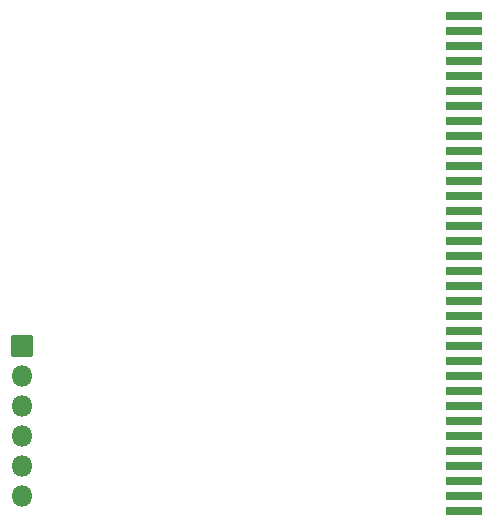
<source format=gbs>
G04 #@! TF.GenerationSoftware,KiCad,Pcbnew,6.0.8-f2edbf62ab~116~ubuntu22.04.1*
G04 #@! TF.CreationDate,2022-10-13T11:13:53+02:00*
G04 #@! TF.ProjectId,PCMCIA_SRAM,50434d43-4941-45f5-9352-414d2e6b6963,v1.0*
G04 #@! TF.SameCoordinates,Original*
G04 #@! TF.FileFunction,Soldermask,Bot*
G04 #@! TF.FilePolarity,Negative*
%FSLAX46Y46*%
G04 Gerber Fmt 4.6, Leading zero omitted, Abs format (unit mm)*
G04 Created by KiCad (PCBNEW 6.0.8-f2edbf62ab~116~ubuntu22.04.1) date 2022-10-13 11:13:53*
%MOMM*%
%LPD*%
G01*
G04 APERTURE LIST*
G04 Aperture macros list*
%AMRoundRect*
0 Rectangle with rounded corners*
0 $1 Rounding radius*
0 $2 $3 $4 $5 $6 $7 $8 $9 X,Y pos of 4 corners*
0 Add a 4 corners polygon primitive as box body*
4,1,4,$2,$3,$4,$5,$6,$7,$8,$9,$2,$3,0*
0 Add four circle primitives for the rounded corners*
1,1,$1+$1,$2,$3*
1,1,$1+$1,$4,$5*
1,1,$1+$1,$6,$7*
1,1,$1+$1,$8,$9*
0 Add four rect primitives between the rounded corners*
20,1,$1+$1,$2,$3,$4,$5,0*
20,1,$1+$1,$4,$5,$6,$7,0*
20,1,$1+$1,$6,$7,$8,$9,0*
20,1,$1+$1,$8,$9,$2,$3,0*%
G04 Aperture macros list end*
%ADD10RoundRect,0.051000X-1.500000X0.300000X-1.500000X-0.300000X1.500000X-0.300000X1.500000X0.300000X0*%
%ADD11RoundRect,0.051000X-0.850000X-0.850000X0.850000X-0.850000X0.850000X0.850000X-0.850000X0.850000X0*%
%ADD12O,1.802000X1.802000*%
G04 APERTURE END LIST*
D10*
X205025000Y-124465000D03*
X205025000Y-123195000D03*
X205025000Y-121925000D03*
X205025000Y-120655000D03*
X205025000Y-119385000D03*
X205025000Y-118115000D03*
X205025000Y-116845000D03*
X205025000Y-115575000D03*
X205025000Y-114305000D03*
X205025000Y-113035000D03*
X205025000Y-111765000D03*
X205025000Y-110495000D03*
X205025000Y-109225000D03*
X205025000Y-107955000D03*
X205025000Y-106685000D03*
X205025000Y-105415000D03*
X205025000Y-104145000D03*
X205025000Y-102875000D03*
X205025000Y-101605000D03*
X205025000Y-100335000D03*
X205025000Y-99065000D03*
X205025000Y-97795000D03*
X205025000Y-96525000D03*
X205025000Y-95255000D03*
X205025000Y-93985000D03*
X205025000Y-92715000D03*
X205025000Y-91445000D03*
X205025000Y-90175000D03*
X205025000Y-88905000D03*
X205025000Y-87635000D03*
X205025000Y-86365000D03*
X205025000Y-85095000D03*
X205025000Y-83825000D03*
X205025000Y-82555000D03*
D11*
X167640000Y-110490000D03*
D12*
X167640000Y-113030000D03*
X167640000Y-115570000D03*
X167640000Y-118110000D03*
X167640000Y-120650000D03*
X167640000Y-123190000D03*
M02*

</source>
